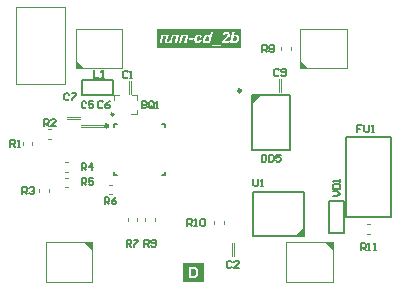
<source format=gto>
G04*
G04 #@! TF.GenerationSoftware,Altium Limited,Altium Designer,20.1.8 (145)*
G04*
G04 Layer_Color=16777215*
%FSLAX43Y43*%
%MOMM*%
G71*
G04*
G04 #@! TF.SameCoordinates,9309D788-A49E-47DC-A76E-BEEF67F4AFBA*
G04*
G04*
G04 #@! TF.FilePolarity,Positive*
G04*
G01*
G75*
%ADD10C,0.254*%
%ADD11C,0.250*%
%ADD12C,0.100*%
%ADD13C,0.200*%
%ADD14C,0.150*%
G36*
X39122Y29723D02*
Y29053D01*
X39092D01*
X38420Y29725D01*
X39120D01*
X39122Y29723D01*
D02*
G37*
G36*
X38400Y44525D02*
X37700D01*
X37698Y44527D01*
Y45197D01*
X37728D01*
X38400Y44525D01*
D02*
G37*
G36*
X57000Y30275D02*
X56280Y30275D01*
X57000Y30995D01*
X57000Y30275D01*
D02*
G37*
G36*
X59497Y29723D02*
Y29053D01*
X59467D01*
X58795Y29725D01*
X59495D01*
X59497Y29723D01*
D02*
G37*
G36*
X57400Y44525D02*
X56700D01*
X56698Y44527D01*
Y45197D01*
X56728D01*
X57400Y44525D01*
D02*
G37*
G36*
X52655Y41480D02*
X52655Y42200D01*
X53375Y42200D01*
X52655Y41480D01*
D02*
G37*
G36*
X48550Y26425D02*
X46800D01*
Y27950D01*
X48550D01*
Y26425D01*
D02*
G37*
G36*
X51730Y46161D02*
X44595D01*
Y47791D01*
X51730D01*
Y46161D01*
D02*
G37*
%LPC*%
G36*
X47656Y27667D02*
X47274D01*
Y26708D01*
X47637D01*
X47674Y26709D01*
X47709Y26710D01*
X47738Y26713D01*
X47762Y26717D01*
X47781Y26722D01*
X47796Y26724D01*
X47801Y26726D01*
X47805D01*
X47806Y26727D01*
X47807D01*
X47838Y26738D01*
X47866Y26751D01*
X47888Y26763D01*
X47907Y26776D01*
X47923Y26787D01*
X47934Y26795D01*
X47941Y26801D01*
X47943Y26803D01*
X47967Y26830D01*
X47988Y26857D01*
X48006Y26887D01*
X48020Y26913D01*
X48031Y26938D01*
X48036Y26948D01*
X48039Y26956D01*
X48042Y26964D01*
X48045Y26970D01*
X48046Y26973D01*
Y26974D01*
X48056Y27007D01*
X48064Y27042D01*
X48070Y27075D01*
X48072Y27107D01*
X48074Y27122D01*
X48075Y27136D01*
Y27147D01*
X48076Y27158D01*
Y27178D01*
X48075Y27226D01*
X48071Y27269D01*
X48070Y27290D01*
X48067Y27308D01*
X48064Y27326D01*
X48061Y27341D01*
X48057Y27355D01*
X48054Y27368D01*
X48052Y27379D01*
X48050Y27387D01*
X48047Y27394D01*
X48046Y27400D01*
X48045Y27402D01*
Y27404D01*
X48032Y27437D01*
X48017Y27468D01*
X48002Y27494D01*
X47986Y27516D01*
X47974Y27534D01*
X47963Y27548D01*
X47956Y27556D01*
X47954Y27559D01*
X47953D01*
X47929Y27581D01*
X47906Y27599D01*
X47881Y27615D01*
X47859Y27627D01*
X47839Y27637D01*
X47823Y27644D01*
X47817Y27645D01*
X47813Y27647D01*
X47810Y27648D01*
X47809D01*
X47782Y27655D01*
X47753Y27659D01*
X47723Y27663D01*
X47694Y27665D01*
X47667Y27666D01*
X47656Y27667D01*
D02*
G37*
%LPD*%
G36*
X47612Y27504D02*
X47629D01*
X47642Y27502D01*
X47655D01*
X47667Y27501D01*
X47677D01*
X47692Y27498D01*
X47703Y27497D01*
X47710Y27495D01*
X47712D01*
X47731Y27490D01*
X47748Y27483D01*
X47763Y27476D01*
X47777Y27468D01*
X47787Y27461D01*
X47795Y27455D01*
X47799Y27451D01*
X47801Y27450D01*
X47813Y27436D01*
X47824Y27420D01*
X47834Y27405D01*
X47842Y27391D01*
X47848Y27378D01*
X47852Y27366D01*
X47855Y27359D01*
X47856Y27358D01*
Y27357D01*
X47863Y27332D01*
X47868Y27305D01*
X47871Y27276D01*
X47874Y27249D01*
X47875Y27225D01*
X47877Y27214D01*
Y27204D01*
Y27197D01*
Y27192D01*
Y27188D01*
Y27186D01*
X47875Y27147D01*
X47874Y27111D01*
X47870Y27082D01*
X47867Y27057D01*
X47863Y27036D01*
X47862Y27028D01*
X47859Y27022D01*
X47857Y27017D01*
Y27013D01*
X47856Y27011D01*
Y27010D01*
X47848Y26988D01*
X47841Y26968D01*
X47831Y26953D01*
X47824Y26941D01*
X47817Y26931D01*
X47812Y26924D01*
X47807Y26920D01*
X47806Y26918D01*
X47794Y26909D01*
X47781Y26900D01*
X47769Y26893D01*
X47756Y26888D01*
X47745Y26884D01*
X47737Y26881D01*
X47731Y26878D01*
X47728D01*
X47713Y26875D01*
X47695Y26874D01*
X47676Y26871D01*
X47656D01*
X47638Y26870D01*
X47468D01*
Y27505D01*
X47594D01*
X47612Y27504D01*
D02*
G37*
%LPC*%
G36*
X49316Y47585D02*
X48490D01*
D01*
X49130D01*
X49051Y47225D01*
X49037Y47244D01*
X49022Y47262D01*
X49005Y47278D01*
X48987Y47290D01*
X48971Y47301D01*
X48953Y47309D01*
X48935Y47318D01*
X48918Y47323D01*
X48901Y47327D01*
X48886Y47332D01*
X48872Y47334D01*
X48861Y47336D01*
X48852D01*
X48845Y47337D01*
X48838D01*
X48809Y47336D01*
X48782Y47332D01*
X48756Y47325D01*
X48732Y47316D01*
X48710Y47305D01*
X48689Y47294D01*
X48670Y47282D01*
X48653Y47269D01*
X48638Y47257D01*
X48624Y47244D01*
X48612Y47233D01*
X48603Y47222D01*
X48595Y47214D01*
X48589Y47207D01*
X48587Y47203D01*
X48585Y47201D01*
X48569Y47176D01*
X48553Y47150D01*
X48541Y47124D01*
X48530Y47097D01*
X48520Y47071D01*
X48513Y47046D01*
X48506Y47022D01*
X48502Y47000D01*
X48498Y46978D01*
X48495Y46959D01*
X48492Y46942D01*
X48491Y46927D01*
X48490Y46916D01*
Y46608D01*
Y46899D01*
X48491Y46873D01*
X48492Y46848D01*
X48495Y46825D01*
X48501Y46805D01*
X48505Y46785D01*
X48510Y46767D01*
X48517Y46751D01*
X48523Y46737D01*
X48530Y46723D01*
X48535Y46712D01*
X48541Y46702D01*
X48546Y46695D01*
X48551Y46689D01*
X48553Y46685D01*
X48555Y46683D01*
X48556Y46681D01*
X48569Y46669D01*
X48582Y46658D01*
X48596Y46646D01*
X48612Y46638D01*
X48641Y46626D01*
X48668Y46617D01*
X48693Y46612D01*
X48703Y46610D01*
X48713Y46609D01*
X48721Y46608D01*
X48731D01*
X48753Y46609D01*
X48775Y46610D01*
X48793Y46615D01*
X48810Y46619D01*
X48824Y46622D01*
X48835Y46626D01*
X48840Y46627D01*
X48843Y46628D01*
X48863Y46638D01*
X48881Y46648D01*
X48897Y46660D01*
X48913Y46671D01*
X48925Y46683D01*
X48936Y46691D01*
X48942Y46696D01*
X48944Y46699D01*
X48929Y46626D01*
X49105D01*
X49316Y47585D01*
D01*
D02*
G37*
G36*
X48422Y47337D02*
X47745D01*
X48141D01*
X48100Y47334D01*
X48061Y47327D01*
X48026Y47319D01*
X47996Y47308D01*
X47982Y47302D01*
X47969Y47297D01*
X47960Y47293D01*
X47950Y47289D01*
X47943Y47284D01*
X47938Y47282D01*
X47935Y47280D01*
X47933Y47279D01*
X47900Y47255D01*
X47871Y47229D01*
X47847Y47203D01*
X47828Y47178D01*
X47811Y47154D01*
X47806Y47144D01*
X47800Y47136D01*
X47798Y47129D01*
X47795Y47124D01*
X47792Y47121D01*
Y47119D01*
X47777Y47081D01*
X47764Y47043D01*
X47756Y47007D01*
X47750Y46974D01*
X47749Y46959D01*
X47748Y46946D01*
X47746Y46934D01*
Y46924D01*
X47745Y46916D01*
Y46904D01*
X47746Y46879D01*
X47748Y46856D01*
X47752Y46832D01*
X47757Y46812D01*
X47763Y46792D01*
X47770Y46774D01*
X47777Y46759D01*
X47784Y46744D01*
X47791Y46731D01*
X47798Y46719D01*
X47804Y46709D01*
X47810Y46702D01*
X47816Y46695D01*
X47820Y46691D01*
X47821Y46688D01*
X47822Y46687D01*
X47838Y46673D01*
X47854Y46660D01*
X47871Y46651D01*
X47888Y46641D01*
X47906Y46634D01*
X47924Y46627D01*
X47957Y46617D01*
X47972Y46615D01*
X47988Y46612D01*
X48000Y46610D01*
X48011Y46609D01*
X48021Y46608D01*
X48033D01*
X48055Y46609D01*
X48076Y46610D01*
X48115Y46617D01*
X48150Y46627D01*
X48180Y46640D01*
X48193Y46645D01*
X48204Y46651D01*
X48215Y46656D01*
X48223Y46660D01*
X48230Y46665D01*
X48234Y46667D01*
X48237Y46670D01*
X48239D01*
X48270Y46696D01*
X48297Y46726D01*
X48320Y46756D01*
X48340Y46787D01*
X48354Y46813D01*
X48359Y46824D01*
X48365Y46835D01*
X48369Y46843D01*
X48370Y46849D01*
X48373Y46853D01*
Y46855D01*
X48190Y46885D01*
X48180Y46861D01*
X48169Y46842D01*
X48158Y46825D01*
X48148Y46812D01*
X48139Y46800D01*
X48130Y46794D01*
X48125Y46788D01*
X48123Y46787D01*
X48108Y46775D01*
X48093Y46769D01*
X48078Y46763D01*
X48065Y46759D01*
X48054Y46756D01*
X48046Y46755D01*
X48037D01*
X48021Y46756D01*
X48007Y46760D01*
X47993Y46766D01*
X47982Y46771D01*
X47974Y46777D01*
X47967Y46782D01*
X47963Y46787D01*
X47961Y46788D01*
X47951Y46802D01*
X47945Y46817D01*
X47939Y46832D01*
X47936Y46848D01*
X47933Y46861D01*
X47932Y46873D01*
Y46879D01*
Y46882D01*
X47933Y46910D01*
X47936Y46936D01*
X47940Y46963D01*
X47945Y46986D01*
X47949Y47006D01*
X47953Y47021D01*
X47954Y47026D01*
X47956Y47031D01*
X47957Y47033D01*
Y47035D01*
X47967Y47064D01*
X47979Y47089D01*
X47990Y47110D01*
X48003Y47126D01*
X48012Y47140D01*
X48021Y47150D01*
X48028Y47155D01*
X48029Y47157D01*
X48047Y47171D01*
X48065Y47180D01*
X48082Y47189D01*
X48097Y47193D01*
X48111Y47196D01*
X48121Y47198D01*
X48130D01*
X48147Y47197D01*
X48162Y47194D01*
X48175Y47189D01*
X48186Y47185D01*
X48196Y47179D01*
X48201Y47174D01*
X48205Y47171D01*
X48207Y47169D01*
X48216Y47158D01*
X48225Y47144D01*
X48230Y47131D01*
X48236Y47117D01*
X48239Y47103D01*
X48241Y47093D01*
X48243Y47086D01*
Y47083D01*
X48422Y47101D01*
X48419Y47121D01*
X48415Y47139D01*
X48405Y47172D01*
X48391Y47201D01*
X48376Y47226D01*
X48362Y47246D01*
X48349Y47261D01*
X48345Y47265D01*
X48341Y47269D01*
X48340Y47271D01*
X48338Y47272D01*
X48325Y47283D01*
X48309Y47294D01*
X48276Y47309D01*
X48244Y47322D01*
X48212Y47329D01*
X48184Y47334D01*
X48172Y47336D01*
X48162D01*
X48154Y47337D01*
X48422D01*
D02*
G37*
G36*
X47673Y47063D02*
X47272D01*
D01*
X47308D01*
X47272Y46881D01*
X47637D01*
X47673Y47063D01*
D02*
G37*
G36*
X50742Y47591D02*
X50058D01*
D01*
X50453D01*
X50431Y47590D01*
X50409Y47588D01*
X50370Y47580D01*
X50335Y47569D01*
X50320Y47562D01*
X50306Y47555D01*
X50292Y47548D01*
X50281Y47541D01*
X50272Y47535D01*
X50265Y47530D01*
X50258Y47526D01*
X50254Y47522D01*
X50251Y47520D01*
X50249Y47519D01*
X50236Y47505D01*
X50222Y47490D01*
X50200Y47458D01*
X50181Y47423D01*
X50168Y47390D01*
X50162Y47375D01*
X50158Y47361D01*
X50155Y47348D01*
X50151Y47337D01*
X50150Y47327D01*
X50148Y47320D01*
X50147Y47316D01*
Y47315D01*
X50330Y47289D01*
X50337Y47319D01*
X50345Y47344D01*
X50353Y47365D01*
X50362Y47382D01*
X50369Y47394D01*
X50374Y47402D01*
X50378Y47408D01*
X50380Y47409D01*
X50392Y47420D01*
X50406Y47429D01*
X50419Y47436D01*
X50431Y47440D01*
X50442Y47443D01*
X50451Y47444D01*
X50457D01*
X50473Y47443D01*
X50487Y47440D01*
X50499Y47434D01*
X50510Y47429D01*
X50519Y47423D01*
X50524Y47418D01*
X50528Y47415D01*
X50530Y47413D01*
X50539Y47401D01*
X50546Y47388D01*
X50552Y47375D01*
X50555Y47362D01*
X50557Y47351D01*
X50559Y47343D01*
Y47337D01*
Y47334D01*
X50557Y47323D01*
X50556Y47311D01*
X50553Y47300D01*
X50550Y47289D01*
X50546Y47280D01*
X50543Y47273D01*
X50542Y47268D01*
X50541Y47266D01*
X50534Y47253D01*
X50524Y47237D01*
X50514Y47222D01*
X50503Y47208D01*
X50494Y47196D01*
X50485Y47186D01*
X50480Y47180D01*
X50478Y47178D01*
X50473Y47172D01*
X50466Y47165D01*
X50449Y47147D01*
X50428Y47128D01*
X50408Y47107D01*
X50388Y47088D01*
X50371Y47072D01*
X50366Y47065D01*
X50360Y47061D01*
X50358Y47058D01*
X50356Y47057D01*
X50333Y47035D01*
X50312Y47014D01*
X50292Y46995D01*
X50274Y46977D01*
X50258Y46961D01*
X50244Y46946D01*
X50230Y46934D01*
X50219Y46921D01*
X50209Y46911D01*
X50201Y46902D01*
X50194Y46895D01*
X50188Y46889D01*
X50181Y46881D01*
X50179Y46878D01*
X50162Y46857D01*
X50147Y46836D01*
X50133Y46817D01*
X50120Y46799D01*
X50111Y46784D01*
X50104Y46771D01*
X50100Y46763D01*
X50098Y46762D01*
Y46760D01*
X50087Y46737D01*
X50079Y46712D01*
X50072Y46689D01*
X50066Y46669D01*
X50062Y46652D01*
X50059Y46638D01*
Y46633D01*
X50058Y46628D01*
Y46633D01*
Y46626D01*
X50641D01*
X50677Y46798D01*
X50344D01*
X50363Y46821D01*
X50371Y46832D01*
X50380Y46842D01*
X50387Y46849D01*
X50392Y46855D01*
X50395Y46859D01*
X50396Y46860D01*
X50410Y46874D01*
X50427Y46891D01*
X50446Y46909D01*
X50466Y46927D01*
X50484Y46945D01*
X50499Y46959D01*
X50505Y46964D01*
X50509Y46967D01*
X50512Y46970D01*
X50513Y46971D01*
X50543Y47000D01*
X50570Y47025D01*
X50592Y47047D01*
X50610Y47065D01*
X50624Y47079D01*
X50634Y47089D01*
X50639Y47096D01*
X50641Y47097D01*
X50660Y47121D01*
X50675Y47143D01*
X50689Y47164D01*
X50700Y47182D01*
X50708Y47197D01*
X50714Y47208D01*
X50717Y47215D01*
X50718Y47218D01*
X50727Y47240D01*
X50732Y47261D01*
X50736Y47280D01*
X50739Y47297D01*
X50740Y47312D01*
X50742Y47323D01*
Y46663D01*
Y47333D01*
X50740Y47354D01*
X50739Y47373D01*
X50729Y47409D01*
X50717Y47441D01*
X50703Y47468D01*
X50696Y47479D01*
X50689Y47488D01*
X50682Y47497D01*
X50677Y47505D01*
X50671Y47511D01*
X50667Y47515D01*
X50666Y47516D01*
X50664Y47517D01*
X50649Y47530D01*
X50634Y47542D01*
X50617Y47552D01*
X50599Y47560D01*
X50564Y47573D01*
X50530Y47581D01*
X50514Y47585D01*
X50500Y47587D01*
X50487Y47588D01*
X50476Y47590D01*
X50466Y47591D01*
X50742D01*
D01*
D02*
G37*
G36*
X47228Y47322D02*
X46595D01*
X46450Y46626D01*
X46635D01*
X46750Y47175D01*
X47008D01*
X46895Y46626D01*
X47228D01*
X47081D01*
X47228Y47322D01*
D02*
G37*
G36*
X46412D02*
X44941D01*
X44795Y46626D01*
X44981D01*
X45096Y47175D01*
X45354D01*
X45240Y46626D01*
X45426D01*
X45542Y47175D01*
X45573Y47322D01*
X45817D01*
X45735Y46934D01*
X45731Y46916D01*
X45727Y46900D01*
X45724Y46885D01*
X45720Y46873D01*
X45713Y46850D01*
X45708Y46832D01*
X45702Y46820D01*
X45698Y46812D01*
X45696Y46806D01*
X45695Y46805D01*
X45687Y46795D01*
X45676Y46787D01*
X45665Y46781D01*
X45653Y46778D01*
X45644Y46775D01*
X45635Y46774D01*
X45627D01*
X45604Y46775D01*
X45592Y46777D01*
X45581Y46778D01*
X45573Y46780D01*
X45566Y46781D01*
X45561Y46782D01*
X45559D01*
X45530Y46626D01*
X45556Y46620D01*
X45579Y46617D01*
X45599Y46615D01*
X45617Y46612D01*
X45631D01*
X45641Y46610D01*
X45649D01*
X45684Y46612D01*
X45714Y46617D01*
X45741Y46624D01*
X45763Y46634D01*
X45780Y46642D01*
X45792Y46649D01*
X45799Y46655D01*
X45802Y46656D01*
X45812Y46666D01*
X45821Y46676D01*
X45838Y46699D01*
X45850Y46724D01*
X45861Y46749D01*
X45870Y46771D01*
X45873Y46781D01*
X45875Y46791D01*
X45877Y46798D01*
X45878Y46803D01*
X45880Y46806D01*
Y46807D01*
X45957Y47175D01*
X46193D01*
X46079Y46626D01*
X46265D01*
X46412Y47322D01*
D01*
D02*
G37*
G36*
X51530Y47585D02*
X50771D01*
D01*
X50972D01*
X50771Y46626D01*
X50940D01*
X50964Y46738D01*
X50978Y46714D01*
X50994Y46695D01*
X51011Y46677D01*
X51027Y46663D01*
X51047Y46651D01*
X51065Y46640D01*
X51083Y46631D01*
X51101Y46624D01*
X51118Y46619D01*
X51133Y46615D01*
X51147Y46612D01*
X51159Y46610D01*
X51170Y46609D01*
X51177Y46608D01*
X51184D01*
X51208Y46609D01*
X51229Y46612D01*
X51249Y46616D01*
X51267Y46622D01*
X51283Y46626D01*
X51294Y46630D01*
X51301Y46633D01*
X51303Y46634D01*
X51326Y46645D01*
X51345Y46659D01*
X51364Y46673D01*
X51381Y46687D01*
X51395Y46698D01*
X51405Y46708D01*
X51412Y46714D01*
X51414Y46717D01*
X51434Y46739D01*
X51449Y46764D01*
X51464Y46788D01*
X51475Y46812D01*
X51485Y46832D01*
X51492Y46848D01*
X51495Y46855D01*
X51496Y46859D01*
X51498Y46861D01*
Y46863D01*
X51509Y46896D01*
X51516Y46929D01*
X51521Y46961D01*
X51525Y46989D01*
X51528Y47013D01*
Y47022D01*
X51530Y47031D01*
Y47047D01*
X51528Y47074D01*
X51527Y47097D01*
X51524Y47119D01*
X51520Y47140D01*
X51514Y47160D01*
X51509Y47178D01*
X51503Y47193D01*
X51496Y47208D01*
X51491Y47221D01*
X51484Y47232D01*
X51478Y47241D01*
X51474Y47248D01*
X51468Y47254D01*
X51466Y47259D01*
X51464Y47261D01*
X51463Y47262D01*
X51450Y47276D01*
X51437Y47287D01*
X51421Y47297D01*
X51407Y47305D01*
X51377Y47319D01*
X51349Y47327D01*
X51324Y47333D01*
X51313Y47334D01*
X51303Y47336D01*
X51297Y47337D01*
X51285D01*
X51266Y47336D01*
X51247Y47334D01*
X51230Y47332D01*
X51215Y47329D01*
X51204Y47325D01*
X51194Y47322D01*
X51188Y47320D01*
X51186Y47319D01*
X51169Y47312D01*
X51152Y47304D01*
X51136Y47294D01*
X51122Y47286D01*
X51108Y47278D01*
X51098Y47271D01*
X51093Y47265D01*
X51090Y47264D01*
X51158Y47585D01*
X51530D01*
D01*
D02*
G37*
G36*
X49983Y46626D02*
Y46480D01*
X49218D01*
Y46361D01*
X49983D01*
Y46626D01*
D02*
G37*
%LPD*%
G36*
X48882Y47197D02*
X48900Y47192D01*
X48917Y47183D01*
X48931Y47175D01*
X48942Y47167D01*
X48950Y47158D01*
X48956Y47153D01*
X48957Y47151D01*
X48971Y47132D01*
X48980Y47112D01*
X48989Y47092D01*
X48993Y47072D01*
X48996Y47056D01*
X48999Y47042D01*
Y47036D01*
Y47032D01*
Y47031D01*
Y47029D01*
X48997Y47004D01*
X48994Y46979D01*
X48990Y46956D01*
X48986Y46935D01*
X48980Y46917D01*
X48976Y46903D01*
X48975Y46898D01*
X48974Y46893D01*
X48972Y46892D01*
Y46891D01*
X48961Y46866D01*
X48950Y46843D01*
X48938Y46825D01*
X48926Y46810D01*
X48915Y46799D01*
X48907Y46791D01*
X48901Y46785D01*
X48900Y46784D01*
X48883Y46773D01*
X48867Y46764D01*
X48850Y46757D01*
X48836Y46753D01*
X48822Y46751D01*
X48813Y46749D01*
X48804D01*
X48785Y46751D01*
X48767Y46756D01*
X48750Y46763D01*
X48736Y46770D01*
X48725Y46778D01*
X48717Y46784D01*
X48711Y46789D01*
X48710Y46791D01*
X48698Y46807D01*
X48688Y46827D01*
X48682Y46846D01*
X48677Y46864D01*
X48674Y46881D01*
X48673Y46895D01*
Y46900D01*
Y46904D01*
Y46906D01*
Y46907D01*
X48675Y46946D01*
X48681Y46984D01*
X48689Y47017D01*
X48699Y47046D01*
X48705Y47060D01*
X48709Y47071D01*
X48713Y47081D01*
X48717Y47090D01*
X48721Y47096D01*
X48723Y47101D01*
X48725Y47104D01*
Y47106D01*
X48736Y47122D01*
X48746Y47136D01*
X48759Y47149D01*
X48770Y47160D01*
X48781Y47168D01*
X48792Y47176D01*
X48814Y47187D01*
X48833Y47193D01*
X48849Y47197D01*
X48854Y47198D01*
X48863D01*
X48882Y47197D01*
D02*
G37*
G36*
X51236Y47201D02*
X51254Y47196D01*
X51269Y47189D01*
X51283Y47182D01*
X51294Y47174D01*
X51302Y47167D01*
X51308Y47161D01*
X51309Y47160D01*
X51321Y47143D01*
X51331Y47124D01*
X51338Y47104D01*
X51344Y47085D01*
X51346Y47068D01*
X51348Y47056D01*
Y47050D01*
Y47046D01*
Y47045D01*
Y47043D01*
X51346Y47015D01*
X51344Y46988D01*
X51338Y46961D01*
X51334Y46939D01*
X51328Y46920D01*
X51323Y46904D01*
X51321Y46899D01*
X51320Y46895D01*
X51319Y46893D01*
Y46892D01*
X51308Y46866D01*
X51295Y46843D01*
X51283Y46824D01*
X51272Y46809D01*
X51262Y46798D01*
X51254Y46789D01*
X51248Y46784D01*
X51247Y46782D01*
X51230Y46771D01*
X51215Y46763D01*
X51199Y46757D01*
X51186Y46753D01*
X51173Y46751D01*
X51165Y46749D01*
X51156D01*
X51137Y46751D01*
X51119Y46756D01*
X51102Y46763D01*
X51088Y46771D01*
X51077Y46778D01*
X51069Y46785D01*
X51064Y46791D01*
X51062Y46792D01*
X51050Y46810D01*
X51040Y46830D01*
X51033Y46848D01*
X51029Y46867D01*
X51026Y46882D01*
X51023Y46896D01*
Y46904D01*
Y46906D01*
Y46907D01*
X51025Y46932D01*
X51026Y46957D01*
X51034Y47002D01*
X51040Y47022D01*
X51046Y47040D01*
X51051Y47058D01*
X51058Y47074D01*
X51065Y47088D01*
X51070Y47100D01*
X51076Y47111D01*
X51082Y47119D01*
X51086Y47126D01*
X51090Y47132D01*
X51091Y47135D01*
X51093Y47136D01*
X51102Y47147D01*
X51112Y47158D01*
X51134Y47175D01*
X51154Y47186D01*
X51173Y47194D01*
X51191Y47200D01*
X51204Y47201D01*
X51209Y47203D01*
X51216D01*
X51236Y47201D01*
D02*
G37*
D10*
X40875Y40575D02*
G03*
X40875Y40575I-75J0D01*
G01*
D11*
X51680Y42575D02*
G03*
X51680Y42575I-125J0D01*
G01*
X40425Y39625D02*
G03*
X40425Y39625I-125J0D01*
G01*
D12*
X55900Y46000D02*
Y46250D01*
X55100Y46000D02*
Y46250D01*
X55075Y42475D02*
Y43575D01*
X54925Y42475D02*
Y43575D01*
X40925Y42200D02*
X41375D01*
X40925Y41825D02*
Y42200D01*
X42850Y41750D02*
Y42200D01*
X42475D02*
X42850D01*
X42400Y40575D02*
X42850D01*
Y40950D01*
X62375Y31255D02*
X62625D01*
X62375Y30455D02*
X62625D01*
X50214Y31326D02*
Y31576D01*
X49414Y31326D02*
Y31576D01*
X51075Y28575D02*
Y29675D01*
X50925Y28575D02*
Y29675D01*
X42900Y31550D02*
Y31800D01*
X42100Y31550D02*
Y31800D01*
X44400Y31550D02*
Y31800D01*
X43600Y31550D02*
Y31800D01*
X56700Y44500D02*
X60654D01*
Y47825D01*
X56700Y44500D02*
Y47826D01*
X60654Y47825D01*
X36950Y40375D02*
X38050D01*
X36950Y40225D02*
X38050D01*
X39350Y39675D02*
X40450D01*
X39350Y39525D02*
X40450D01*
X38150Y39675D02*
X39250D01*
X38150Y39525D02*
X39250D01*
X42375Y42275D02*
Y43375D01*
X42225Y42275D02*
Y43375D01*
X36775Y35725D02*
X37025D01*
X36775Y36525D02*
X37025D01*
X36775Y34425D02*
X37025D01*
X36775Y35225D02*
X37025D01*
X40516Y33825D02*
X40766D01*
X40516Y34625D02*
X40766D01*
X35375Y38500D02*
X35625D01*
X35375Y39300D02*
X35625D01*
X33200Y38000D02*
Y38250D01*
X34000Y38000D02*
Y38250D01*
X35400Y34000D02*
Y34250D01*
X34600Y34000D02*
Y34250D01*
X37700Y47826D02*
X41654Y47825D01*
X37700Y44500D02*
Y47826D01*
X41654Y44500D02*
Y47825D01*
X37700Y44500D02*
X41654D01*
X35166Y26425D02*
X39120Y26424D01*
Y29750D01*
X35166Y26425D02*
Y29750D01*
X39120D01*
X55541Y26425D02*
X59495Y26424D01*
Y29750D01*
X55541Y26425D02*
Y29750D01*
X59495D01*
X32625Y49650D02*
X36775D01*
X32625Y43150D02*
Y49650D01*
X36775Y43150D02*
Y49650D01*
X32625Y43150D02*
X36775D01*
D13*
X60600Y31925D02*
X64400D01*
Y38625D01*
X60600D02*
X64400D01*
X60600Y31925D02*
Y38625D01*
X59125Y33200D02*
X60375D01*
X59125Y30550D02*
X60375D01*
Y33200D01*
X59125Y30550D02*
Y33200D01*
X52655Y37575D02*
X55855D01*
Y42200D01*
X52655D02*
X55855D01*
X52655Y37575D02*
Y42200D01*
X52700Y30275D02*
Y33975D01*
X57000D01*
Y30275D02*
Y33975D01*
X52700Y30275D02*
X57000D01*
X40950Y39525D02*
Y39775D01*
X41200D01*
X45000D02*
X45250D01*
Y39525D02*
Y39775D01*
Y35475D02*
Y35725D01*
X45000Y35475D02*
X45250D01*
X40950D02*
Y35725D01*
Y35475D02*
X41200D01*
X38200Y42200D02*
Y43450D01*
X40850Y42200D02*
Y43450D01*
X38200D02*
X40850D01*
X38200Y42200D02*
X40850D01*
D14*
X59450Y33675D02*
X59850D01*
X60050Y33875D01*
X59850Y34075D01*
X59450D01*
Y34275D02*
X60050D01*
Y34575D01*
X59950Y34675D01*
X59550D01*
X59450Y34575D01*
Y34275D01*
X60050Y34875D02*
Y35075D01*
Y34975D01*
X59450D01*
X59550Y34875D01*
X52750Y35075D02*
Y34575D01*
X52850Y34475D01*
X53050D01*
X53150Y34575D01*
Y35075D01*
X53350Y34475D02*
X53550D01*
X53450D01*
Y35075D01*
X53350Y34975D01*
X61850Y29075D02*
Y29675D01*
X62150D01*
X62250Y29575D01*
Y29375D01*
X62150Y29275D01*
X61850D01*
X62050D02*
X62250Y29075D01*
X62450D02*
X62650D01*
X62550D01*
Y29675D01*
X62450Y29575D01*
X62950Y29075D02*
X63150D01*
X63050D01*
Y29675D01*
X62950Y29575D01*
X47151Y31131D02*
Y31731D01*
X47451D01*
X47551Y31631D01*
Y31431D01*
X47451Y31331D01*
X47151D01*
X47351D02*
X47551Y31131D01*
X47751D02*
X47951D01*
X47851D01*
Y31731D01*
X47751Y31631D01*
X48251D02*
X48351Y31731D01*
X48551D01*
X48651Y31631D01*
Y31231D01*
X48551Y31131D01*
X48351D01*
X48251Y31231D01*
Y31631D01*
X43500Y29375D02*
Y29975D01*
X43800D01*
X43900Y29875D01*
Y29675D01*
X43800Y29575D01*
X43500D01*
X43700D02*
X43900Y29375D01*
X44100Y29475D02*
X44200Y29375D01*
X44400D01*
X44500Y29475D01*
Y29875D01*
X44400Y29975D01*
X44200D01*
X44100Y29875D01*
Y29775D01*
X44200Y29675D01*
X44500D01*
X42000Y29375D02*
Y29975D01*
X42300D01*
X42400Y29875D01*
Y29675D01*
X42300Y29575D01*
X42000D01*
X42200D02*
X42400Y29375D01*
X42600Y29975D02*
X43000D01*
Y29875D01*
X42600Y29475D01*
Y29375D01*
X61950Y39675D02*
X61550D01*
Y39375D01*
X61750D01*
X61550D01*
Y39075D01*
X62150Y39675D02*
Y39175D01*
X62250Y39075D01*
X62450D01*
X62550Y39175D01*
Y39675D01*
X62750Y39075D02*
X62950D01*
X62850D01*
Y39675D01*
X62750Y39575D01*
X53450Y37175D02*
Y36575D01*
X53750D01*
X53850Y36675D01*
Y37075D01*
X53750Y37175D01*
X53450D01*
X54050D02*
Y36575D01*
X54350D01*
X54450Y36675D01*
Y37075D01*
X54350Y37175D01*
X54050D01*
X55050D02*
X54650D01*
Y36875D01*
X54850Y36975D01*
X54950D01*
X55050Y36875D01*
Y36675D01*
X54950Y36575D01*
X54750D01*
X54650Y36675D01*
X50900Y28075D02*
X50800Y28175D01*
X50600D01*
X50500Y28075D01*
Y27675D01*
X50600Y27575D01*
X50800D01*
X50900Y27675D01*
X51500Y27575D02*
X51100D01*
X51500Y27975D01*
Y28075D01*
X51400Y28175D01*
X51200D01*
X51100Y28075D01*
X54900Y44325D02*
X54800Y44425D01*
X54600D01*
X54500Y44325D01*
Y43925D01*
X54600Y43825D01*
X54800D01*
X54900Y43925D01*
X55100D02*
X55200Y43825D01*
X55400D01*
X55500Y43925D01*
Y44325D01*
X55400Y44425D01*
X55200D01*
X55100Y44325D01*
Y44225D01*
X55200Y44125D01*
X55500D01*
X37150Y42250D02*
X37050Y42350D01*
X36850D01*
X36750Y42250D01*
Y41850D01*
X36850Y41750D01*
X37050D01*
X37150Y41850D01*
X37350Y42350D02*
X37750D01*
Y42250D01*
X37350Y41850D01*
Y41750D01*
X40000Y41600D02*
X39900Y41700D01*
X39700D01*
X39600Y41600D01*
Y41200D01*
X39700Y41100D01*
X39900D01*
X40000Y41200D01*
X40600Y41700D02*
X40400Y41600D01*
X40200Y41400D01*
Y41200D01*
X40300Y41100D01*
X40500D01*
X40600Y41200D01*
Y41300D01*
X40500Y41400D01*
X40200D01*
X38600Y41575D02*
X38500Y41675D01*
X38300D01*
X38200Y41575D01*
Y41175D01*
X38300Y41075D01*
X38500D01*
X38600Y41175D01*
X39200Y41675D02*
X38800D01*
Y41375D01*
X39000Y41475D01*
X39100D01*
X39200Y41375D01*
Y41175D01*
X39100Y41075D01*
X38900D01*
X38800Y41175D01*
X42100Y44125D02*
X42000Y44225D01*
X41800D01*
X41700Y44125D01*
Y43725D01*
X41800Y43625D01*
X42000D01*
X42100Y43725D01*
X42300Y43625D02*
X42500D01*
X42400D01*
Y44225D01*
X42300Y44125D01*
X53500Y45825D02*
Y46425D01*
X53800D01*
X53900Y46325D01*
Y46125D01*
X53800Y46025D01*
X53500D01*
X53700D02*
X53900Y45825D01*
X54100Y46325D02*
X54200Y46425D01*
X54400D01*
X54500Y46325D01*
Y46225D01*
X54400Y46125D01*
X54500Y46025D01*
Y45925D01*
X54400Y45825D01*
X54200D01*
X54100Y45925D01*
Y46025D01*
X54200Y46125D01*
X54100Y46225D01*
Y46325D01*
X54200Y46125D02*
X54400D01*
X40150Y32950D02*
Y33550D01*
X40450D01*
X40550Y33450D01*
Y33250D01*
X40450Y33150D01*
X40150D01*
X40350D02*
X40550Y32950D01*
X41150Y33550D02*
X40950Y33450D01*
X40750Y33250D01*
Y33050D01*
X40850Y32950D01*
X41050D01*
X41150Y33050D01*
Y33150D01*
X41050Y33250D01*
X40750D01*
X38200Y34575D02*
Y35175D01*
X38500D01*
X38600Y35075D01*
Y34875D01*
X38500Y34775D01*
X38200D01*
X38400D02*
X38600Y34575D01*
X39200Y35175D02*
X38800D01*
Y34875D01*
X39000Y34975D01*
X39100D01*
X39200Y34875D01*
Y34675D01*
X39100Y34575D01*
X38900D01*
X38800Y34675D01*
X38200Y35825D02*
Y36425D01*
X38500D01*
X38600Y36325D01*
Y36125D01*
X38500Y36025D01*
X38200D01*
X38400D02*
X38600Y35825D01*
X39100D02*
Y36425D01*
X38800Y36125D01*
X39200D01*
X35000Y39600D02*
Y40200D01*
X35300D01*
X35400Y40100D01*
Y39900D01*
X35300Y39800D01*
X35000D01*
X35200D02*
X35400Y39600D01*
X36000D02*
X35600D01*
X36000Y40000D01*
Y40100D01*
X35900Y40200D01*
X35700D01*
X35600Y40100D01*
X32175Y37825D02*
Y38425D01*
X32475D01*
X32575Y38325D01*
Y38125D01*
X32475Y38025D01*
X32175D01*
X32375D02*
X32575Y37825D01*
X32775D02*
X32975D01*
X32875D01*
Y38425D01*
X32775Y38325D01*
X33175Y33800D02*
Y34400D01*
X33475D01*
X33575Y34300D01*
Y34100D01*
X33475Y34000D01*
X33175D01*
X33375D02*
X33575Y33800D01*
X33775Y34300D02*
X33875Y34400D01*
X34075D01*
X34175Y34300D01*
Y34200D01*
X34075Y34100D01*
X33975D01*
X34075D01*
X34175Y34000D01*
Y33900D01*
X34075Y33800D01*
X33875D01*
X33775Y33900D01*
X43300Y41675D02*
Y41075D01*
X43600D01*
X43700Y41175D01*
Y41275D01*
X43600Y41375D01*
X43300D01*
X43600D01*
X43700Y41475D01*
Y41575D01*
X43600Y41675D01*
X43300D01*
X44300Y41175D02*
Y41575D01*
X44200Y41675D01*
X44000D01*
X43900Y41575D01*
Y41175D01*
X44000Y41075D01*
X44200D01*
X44100Y41275D02*
X44300Y41075D01*
X44200D02*
X44300Y41175D01*
X44500Y41075D02*
X44700D01*
X44600D01*
Y41675D01*
X44500Y41575D01*
X39270Y44297D02*
Y43697D01*
X39670D01*
X39870D02*
X40070D01*
X39970D01*
Y44297D01*
X39870Y44197D01*
M02*

</source>
